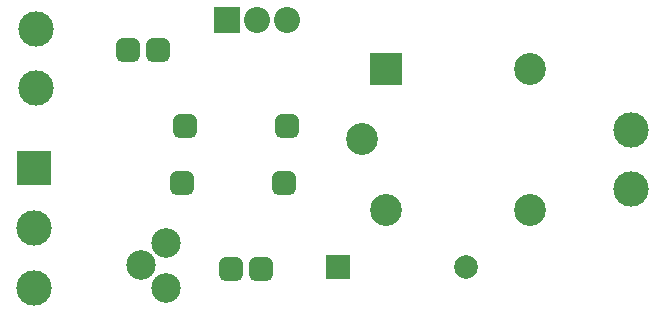
<source format=gbs>
G04*
G04 #@! TF.GenerationSoftware,Altium Limited,Altium Designer,20.1.11 (218)*
G04*
G04 Layer_Color=16711935*
%FSLAX25Y25*%
%MOIN*%
G70*
G04*
G04 #@! TF.SameCoordinates,A350AE71-98B6-4568-8EC7-B5CABA16BBC2*
G04*
G04*
G04 #@! TF.FilePolarity,Negative*
G04*
G01*
G75*
%ADD10C,0.11811*%
%ADD11R,0.11811X0.11811*%
%ADD12R,0.08674X0.08674*%
%ADD13C,0.08674*%
%ADD14C,0.10642*%
%ADD15R,0.10642X0.10642*%
G04:AMPARAMS|DCode=16|XSize=78.74mil|YSize=78.74mil|CornerRadius=19.68mil|HoleSize=0mil|Usage=FLASHONLY|Rotation=0.000|XOffset=0mil|YOffset=0mil|HoleType=Round|Shape=RoundedRectangle|*
%AMROUNDEDRECTD16*
21,1,0.07874,0.03937,0,0,0.0*
21,1,0.03937,0.07874,0,0,0.0*
1,1,0.03937,0.01968,-0.01968*
1,1,0.03937,-0.01968,-0.01968*
1,1,0.03937,-0.01968,0.01968*
1,1,0.03937,0.01968,0.01968*
%
%ADD16ROUNDEDRECTD16*%
%ADD17R,0.07874X0.07874*%
%ADD18C,0.07874*%
%ADD19C,0.09843*%
D10*
X217323Y46909D02*
D03*
Y66594D02*
D03*
X18898Y100059D02*
D03*
Y80374D02*
D03*
X18110Y33917D02*
D03*
Y13917D02*
D03*
D11*
Y53917D02*
D03*
D12*
X82756Y103150D02*
D03*
D13*
X92756D02*
D03*
X102756D02*
D03*
D14*
X183465Y87008D02*
D03*
Y39764D02*
D03*
X135433D02*
D03*
X127559Y63386D02*
D03*
D15*
X135433Y87008D02*
D03*
D16*
X102433Y67717D02*
D03*
X68433D02*
D03*
X59725Y93307D02*
D03*
X49725D02*
D03*
X83976Y20079D02*
D03*
X93976D02*
D03*
X101646Y48819D02*
D03*
X67646D02*
D03*
D17*
X119536Y20866D02*
D03*
D18*
X162354D02*
D03*
D19*
X62268Y28866D02*
D03*
Y13866D02*
D03*
X53768Y21366D02*
D03*
M02*

</source>
